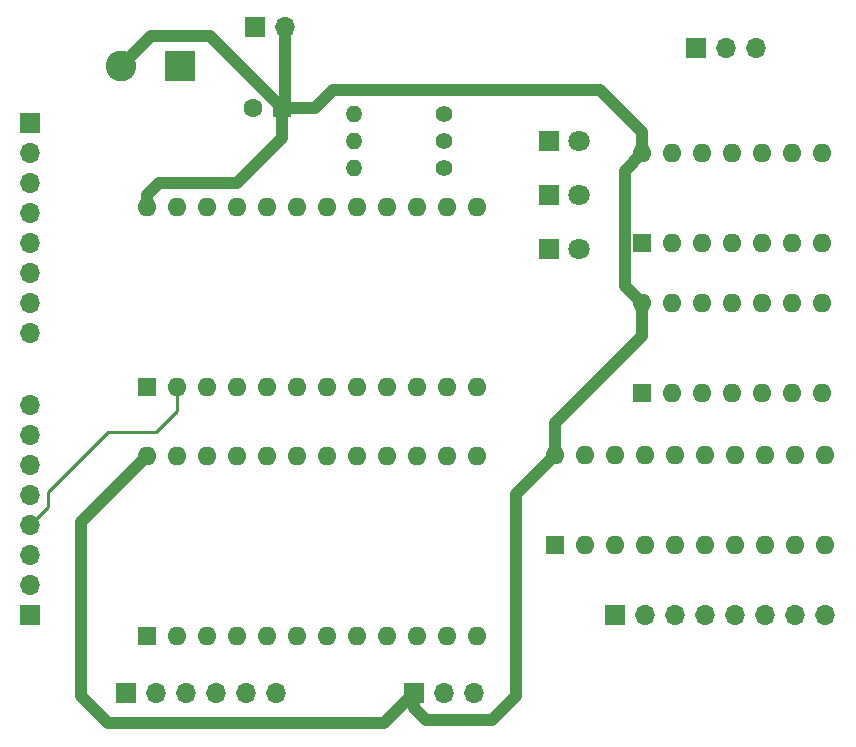
<source format=gbr>
%TF.GenerationSoftware,KiCad,Pcbnew,(5.1.9-0-10_14)*%
%TF.CreationDate,2021-05-10T01:07:37-04:00*%
%TF.ProjectId,ALU-SIMPLIFIED,414c552d-5349-44d5-904c-49464945442e,rev?*%
%TF.SameCoordinates,Original*%
%TF.FileFunction,Copper,L3,Inr*%
%TF.FilePolarity,Positive*%
%FSLAX46Y46*%
G04 Gerber Fmt 4.6, Leading zero omitted, Abs format (unit mm)*
G04 Created by KiCad (PCBNEW (5.1.9-0-10_14)) date 2021-05-10 01:07:37*
%MOMM*%
%LPD*%
G01*
G04 APERTURE LIST*
%TA.AperFunction,ComponentPad*%
%ADD10O,1.600000X1.600000*%
%TD*%
%TA.AperFunction,ComponentPad*%
%ADD11R,1.600000X1.600000*%
%TD*%
%TA.AperFunction,ComponentPad*%
%ADD12O,1.700000X1.700000*%
%TD*%
%TA.AperFunction,ComponentPad*%
%ADD13R,1.700000X1.700000*%
%TD*%
%TA.AperFunction,ComponentPad*%
%ADD14C,1.400000*%
%TD*%
%TA.AperFunction,ComponentPad*%
%ADD15O,1.400000X1.400000*%
%TD*%
%TA.AperFunction,ComponentPad*%
%ADD16C,2.600000*%
%TD*%
%TA.AperFunction,ComponentPad*%
%ADD17R,2.600000X2.600000*%
%TD*%
%TA.AperFunction,ComponentPad*%
%ADD18C,1.800000*%
%TD*%
%TA.AperFunction,ComponentPad*%
%ADD19R,1.800000X1.800000*%
%TD*%
%TA.AperFunction,ComponentPad*%
%ADD20C,1.600000*%
%TD*%
%TA.AperFunction,Conductor*%
%ADD21C,0.250000*%
%TD*%
%TA.AperFunction,Conductor*%
%ADD22C,1.000000*%
%TD*%
G04 APERTURE END LIST*
D10*
%TO.N,VCC*%
%TO.C,U5*%
X172724000Y-132962000D03*
%TO.N,GND*%
X195584000Y-140582000D03*
%TO.N,/OE*%
X175264000Y-132962000D03*
%TO.N,/F0*%
X193044000Y-140582000D03*
%TO.N,Net-(U1-Pad13)*%
X177804000Y-132962000D03*
%TO.N,/F1*%
X190504000Y-140582000D03*
%TO.N,Net-(U1-Pad11)*%
X180344000Y-132962000D03*
%TO.N,/F2*%
X187964000Y-140582000D03*
%TO.N,Net-(U1-Pad10)*%
X182884000Y-132962000D03*
%TO.N,/F3*%
X185424000Y-140582000D03*
%TO.N,Net-(U1-Pad9)*%
X185424000Y-132962000D03*
%TO.N,/F4*%
X182884000Y-140582000D03*
%TO.N,Net-(U2-Pad13)*%
X187964000Y-132962000D03*
%TO.N,/F5*%
X180344000Y-140582000D03*
%TO.N,Net-(U2-Pad11)*%
X190504000Y-132962000D03*
%TO.N,/F6*%
X177804000Y-140582000D03*
%TO.N,Net-(U2-Pad10)*%
X193044000Y-132962000D03*
%TO.N,/F7*%
X175264000Y-140582000D03*
%TO.N,Net-(U2-Pad9)*%
X195584000Y-132962000D03*
D11*
%TO.N,GND*%
X172724000Y-140582000D03*
%TD*%
D12*
%TO.N,/F0*%
%TO.C,J3*%
X195580000Y-146558000D03*
%TO.N,/F1*%
X193040000Y-146558000D03*
%TO.N,/F2*%
X190500000Y-146558000D03*
%TO.N,/F3*%
X187960000Y-146558000D03*
%TO.N,/F4*%
X185420000Y-146558000D03*
%TO.N,/F5*%
X182880000Y-146558000D03*
%TO.N,/F6*%
X180340000Y-146558000D03*
D13*
%TO.N,/F7*%
X177800000Y-146558000D03*
%TD*%
D12*
%TO.N,/OE*%
%TO.C,J6*%
X149098000Y-153162000D03*
%TO.N,/MODE*%
X146558000Y-153162000D03*
%TO.N,/S0*%
X144018000Y-153162000D03*
%TO.N,/S1*%
X141478000Y-153162000D03*
%TO.N,/S2*%
X138938000Y-153162000D03*
D13*
%TO.N,/S3*%
X136398000Y-153162000D03*
%TD*%
D12*
%TO.N,/A>B*%
%TO.C,J7*%
X189738000Y-98552000D03*
%TO.N,/A==B*%
X187198000Y-98552000D03*
D13*
%TO.N,/CARRY*%
X184658000Y-98552000D03*
%TD*%
D10*
%TO.N,VCC*%
%TO.C,U3*%
X180086000Y-107442000D03*
%TO.N,GND*%
X195326000Y-115062000D03*
%TO.N,N/C*%
X182626000Y-107442000D03*
%TO.N,/A==B*%
X192786000Y-115062000D03*
%TO.N,N/C*%
X185166000Y-107442000D03*
%TO.N,Net-(U1-Pad16)*%
X190246000Y-115062000D03*
%TO.N,N/C*%
X187706000Y-107442000D03*
%TO.N,/A>B*%
X187706000Y-115062000D03*
%TO.N,N/C*%
X190246000Y-107442000D03*
X185166000Y-115062000D03*
X192786000Y-107442000D03*
X182626000Y-115062000D03*
X195326000Y-107442000D03*
D11*
X180086000Y-115062000D03*
%TD*%
D10*
%TO.N,VCC*%
%TO.C,U4*%
X180086000Y-120142000D03*
%TO.N,GND*%
X195326000Y-127762000D03*
%TO.N,N/C*%
X182626000Y-120142000D03*
X192786000Y-127762000D03*
X185166000Y-120142000D03*
X190246000Y-127762000D03*
X187706000Y-120142000D03*
X187706000Y-127762000D03*
X190246000Y-120142000D03*
X185166000Y-127762000D03*
X192786000Y-120142000D03*
%TO.N,/CARRY*%
X182626000Y-127762000D03*
%TO.N,N/C*%
X195326000Y-120142000D03*
D11*
%TO.N,Net-(U1-Pad16)*%
X180086000Y-127762000D03*
%TD*%
D12*
%TO.N,GND*%
%TO.C,J8*%
X165862000Y-153162000D03*
%TO.N,Net-(J8-Pad2)*%
X163322000Y-153162000D03*
D13*
%TO.N,VCC*%
X160782000Y-153162000D03*
%TD*%
D10*
%TO.N,VCC*%
%TO.C,U2*%
X138176000Y-133096000D03*
%TO.N,GND*%
X166116000Y-148336000D03*
%TO.N,/A1*%
X140716000Y-133096000D03*
%TO.N,Net-(U2-Pad11)*%
X163576000Y-148336000D03*
%TO.N,/B1*%
X143256000Y-133096000D03*
%TO.N,Net-(U2-Pad10)*%
X161036000Y-148336000D03*
%TO.N,/A2*%
X145796000Y-133096000D03*
%TO.N,Net-(U2-Pad9)*%
X158496000Y-148336000D03*
%TO.N,/B2*%
X148336000Y-133096000D03*
%TO.N,/MODE*%
X155956000Y-148336000D03*
%TO.N,/A3*%
X150876000Y-133096000D03*
%TO.N,Net-(J8-Pad2)*%
X153416000Y-148336000D03*
%TO.N,/B3*%
X153416000Y-133096000D03*
%TO.N,/S0*%
X150876000Y-148336000D03*
%TO.N,Net-(U2-Pad17)*%
X155956000Y-133096000D03*
%TO.N,/S1*%
X148336000Y-148336000D03*
%TO.N,Net-(U1-Pad7)*%
X158496000Y-133096000D03*
%TO.N,/S2*%
X145796000Y-148336000D03*
%TO.N,Net-(U2-Pad15)*%
X161036000Y-133096000D03*
%TO.N,/S3*%
X143256000Y-148336000D03*
%TO.N,/A==B*%
X163576000Y-133096000D03*
%TO.N,/A0*%
X140716000Y-148336000D03*
%TO.N,Net-(U2-Pad13)*%
X166116000Y-133096000D03*
D11*
%TO.N,/B0*%
X138176000Y-148336000D03*
%TD*%
D10*
%TO.N,VCC*%
%TO.C,U1*%
X138176000Y-112014000D03*
%TO.N,GND*%
X166116000Y-127254000D03*
%TO.N,/A5*%
X140716000Y-112014000D03*
%TO.N,Net-(U1-Pad11)*%
X163576000Y-127254000D03*
%TO.N,/B5*%
X143256000Y-112014000D03*
%TO.N,Net-(U1-Pad10)*%
X161036000Y-127254000D03*
%TO.N,/A6*%
X145796000Y-112014000D03*
%TO.N,Net-(U1-Pad9)*%
X158496000Y-127254000D03*
%TO.N,/B6*%
X148336000Y-112014000D03*
%TO.N,/MODE*%
X155956000Y-127254000D03*
%TO.N,/A7*%
X150876000Y-112014000D03*
%TO.N,Net-(U1-Pad7)*%
X153416000Y-127254000D03*
%TO.N,/B7*%
X153416000Y-112014000D03*
%TO.N,/S0*%
X150876000Y-127254000D03*
%TO.N,Net-(U1-Pad17)*%
X155956000Y-112014000D03*
%TO.N,/S1*%
X148336000Y-127254000D03*
%TO.N,Net-(U1-Pad16)*%
X158496000Y-112014000D03*
%TO.N,/S2*%
X145796000Y-127254000D03*
%TO.N,Net-(U1-Pad15)*%
X161036000Y-112014000D03*
%TO.N,/S3*%
X143256000Y-127254000D03*
%TO.N,/A==B*%
X163576000Y-112014000D03*
%TO.N,/A4*%
X140716000Y-127254000D03*
%TO.N,Net-(U1-Pad13)*%
X166116000Y-112014000D03*
D11*
%TO.N,/B4*%
X138176000Y-127254000D03*
%TD*%
D14*
%TO.N,Net-(D4-Pad1)*%
%TO.C,R4*%
X163322000Y-108712000D03*
D15*
%TO.N,GND*%
X155702000Y-108712000D03*
%TD*%
D14*
%TO.N,Net-(D3-Pad1)*%
%TO.C,R3*%
X163322000Y-106426000D03*
D15*
%TO.N,GND*%
X155702000Y-106426000D03*
%TD*%
D14*
%TO.N,Net-(D1-Pad1)*%
%TO.C,R1*%
X163322000Y-104140000D03*
D15*
%TO.N,GND*%
X155702000Y-104140000D03*
%TD*%
D12*
%TO.N,/B0*%
%TO.C,J5*%
X128270000Y-122682000D03*
%TO.N,/B1*%
X128270000Y-120142000D03*
%TO.N,/B2*%
X128270000Y-117602000D03*
%TO.N,/B3*%
X128270000Y-115062000D03*
%TO.N,/B4*%
X128270000Y-112522000D03*
%TO.N,/B5*%
X128270000Y-109982000D03*
%TO.N,/B6*%
X128270000Y-107442000D03*
D13*
%TO.N,/B7*%
X128270000Y-104902000D03*
%TD*%
D12*
%TO.N,/A0*%
%TO.C,J4*%
X128270000Y-128778000D03*
%TO.N,/A1*%
X128270000Y-131318000D03*
%TO.N,/A2*%
X128270000Y-133858000D03*
%TO.N,/A3*%
X128270000Y-136398000D03*
%TO.N,/A4*%
X128270000Y-138938000D03*
%TO.N,/A5*%
X128270000Y-141478000D03*
%TO.N,/A6*%
X128270000Y-144018000D03*
D13*
%TO.N,/A7*%
X128270000Y-146558000D03*
%TD*%
D16*
%TO.N,VCC*%
%TO.C,J2*%
X135970000Y-100076000D03*
D17*
%TO.N,GND*%
X140970000Y-100076000D03*
%TD*%
D12*
%TO.N,VCC*%
%TO.C,J1*%
X149860000Y-96774000D03*
D13*
%TO.N,GND*%
X147320000Y-96774000D03*
%TD*%
D18*
%TO.N,/CARRY*%
%TO.C,D4*%
X174752000Y-115570000D03*
D19*
%TO.N,Net-(D4-Pad1)*%
X172212000Y-115570000D03*
%TD*%
D18*
%TO.N,/A==B*%
%TO.C,D3*%
X174752000Y-110998000D03*
D19*
%TO.N,Net-(D3-Pad1)*%
X172212000Y-110998000D03*
%TD*%
D18*
%TO.N,/A>B*%
%TO.C,D1*%
X174752000Y-106426000D03*
D19*
%TO.N,Net-(D1-Pad1)*%
X172212000Y-106426000D03*
%TD*%
D20*
%TO.N,GND*%
%TO.C,C1*%
X147106000Y-103632000D03*
D11*
%TO.N,VCC*%
X149606000Y-103632000D03*
%TD*%
D21*
%TO.N,/A4*%
X140716000Y-127254000D02*
X140716000Y-129286000D01*
X140716000Y-129286000D02*
X138938000Y-131064000D01*
X138938000Y-131064000D02*
X134874000Y-131064000D01*
X134874000Y-131064000D02*
X129794000Y-136144000D01*
X129794000Y-137414000D02*
X128270000Y-138938000D01*
X129794000Y-136144000D02*
X129794000Y-137414000D01*
D22*
%TO.N,VCC*%
X149860000Y-103378000D02*
X149606000Y-103632000D01*
X149860000Y-96774000D02*
X149860000Y-103378000D01*
X135970000Y-100076000D02*
X138510000Y-97536000D01*
X143510000Y-97536000D02*
X149606000Y-103632000D01*
X138510000Y-97536000D02*
X143510000Y-97536000D01*
X178585999Y-118641999D02*
X180086000Y-120142000D01*
X178585999Y-108942001D02*
X178585999Y-118641999D01*
X180086000Y-107442000D02*
X178585999Y-108942001D01*
X180086000Y-120142000D02*
X180086000Y-122936000D01*
X172724000Y-130298000D02*
X172724000Y-132962000D01*
X180086000Y-122936000D02*
X172724000Y-130298000D01*
X160782000Y-154432000D02*
X160782000Y-153162000D01*
X161798000Y-155448000D02*
X160782000Y-154432000D01*
X167386000Y-155448000D02*
X161798000Y-155448000D01*
X172724000Y-132962000D02*
X169418000Y-136268000D01*
X169418000Y-153416000D02*
X167386000Y-155448000D01*
X169418000Y-136268000D02*
X169418000Y-153416000D01*
X138176000Y-133096000D02*
X132588000Y-138684000D01*
X132588000Y-138684000D02*
X132588000Y-153416000D01*
X132588000Y-153416000D02*
X134874000Y-155702000D01*
X158242000Y-155702000D02*
X160782000Y-153162000D01*
X134874000Y-155702000D02*
X158242000Y-155702000D01*
X149606000Y-103632000D02*
X152400000Y-103632000D01*
X152400000Y-103632000D02*
X153924000Y-102108000D01*
X153924000Y-102108000D02*
X176530000Y-102108000D01*
X180086000Y-105664000D02*
X180086000Y-107442000D01*
X176530000Y-102108000D02*
X180086000Y-105664000D01*
X149606000Y-103632000D02*
X149606000Y-106172000D01*
X149606000Y-106172000D02*
X145796000Y-109982000D01*
X145796000Y-109982000D02*
X139192000Y-109982000D01*
X138176000Y-110998000D02*
X138176000Y-112014000D01*
X139192000Y-109982000D02*
X138176000Y-110998000D01*
%TD*%
M02*

</source>
